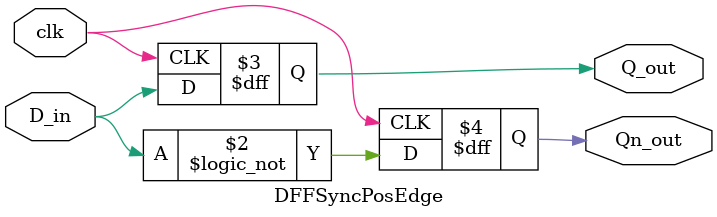
<source format=v>


`timescale 1ns/10ps

module DFFSyncPosEdge (
    D_in,
    Q_out,
    Qn_out,
    clk
);


input D_in;
output Q_out;
reg Q_out;
output Qn_out;
reg Qn_out;
input clk;






always @(posedge clk) begin: DFFSYNCPOSEDGE_LOGIC
    Q_out <= D_in;
    Qn_out <= (!D_in);
end

endmodule

</source>
